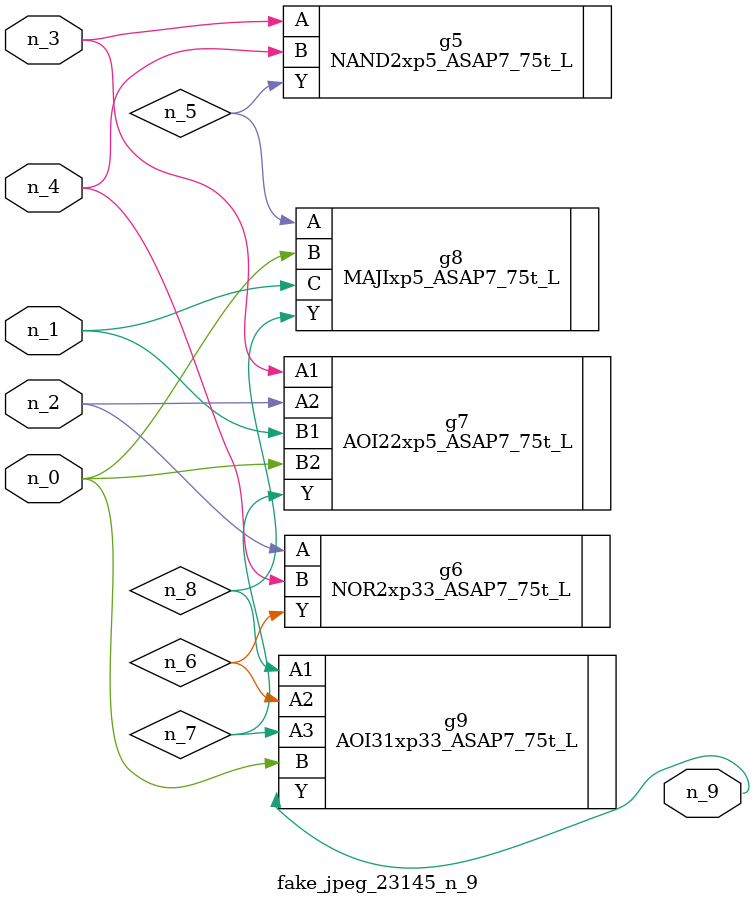
<source format=v>
module fake_jpeg_23145_n_9 (n_3, n_2, n_1, n_0, n_4, n_9);

input n_3;
input n_2;
input n_1;
input n_0;
input n_4;

output n_9;

wire n_8;
wire n_6;
wire n_5;
wire n_7;

NAND2xp5_ASAP7_75t_L g5 ( 
.A(n_3),
.B(n_4),
.Y(n_5)
);

NOR2xp33_ASAP7_75t_L g6 ( 
.A(n_2),
.B(n_4),
.Y(n_6)
);

AOI22xp5_ASAP7_75t_L g7 ( 
.A1(n_3),
.A2(n_2),
.B1(n_1),
.B2(n_0),
.Y(n_7)
);

MAJIxp5_ASAP7_75t_L g8 ( 
.A(n_5),
.B(n_0),
.C(n_1),
.Y(n_8)
);

AOI31xp33_ASAP7_75t_L g9 ( 
.A1(n_8),
.A2(n_6),
.A3(n_7),
.B(n_0),
.Y(n_9)
);


endmodule
</source>
